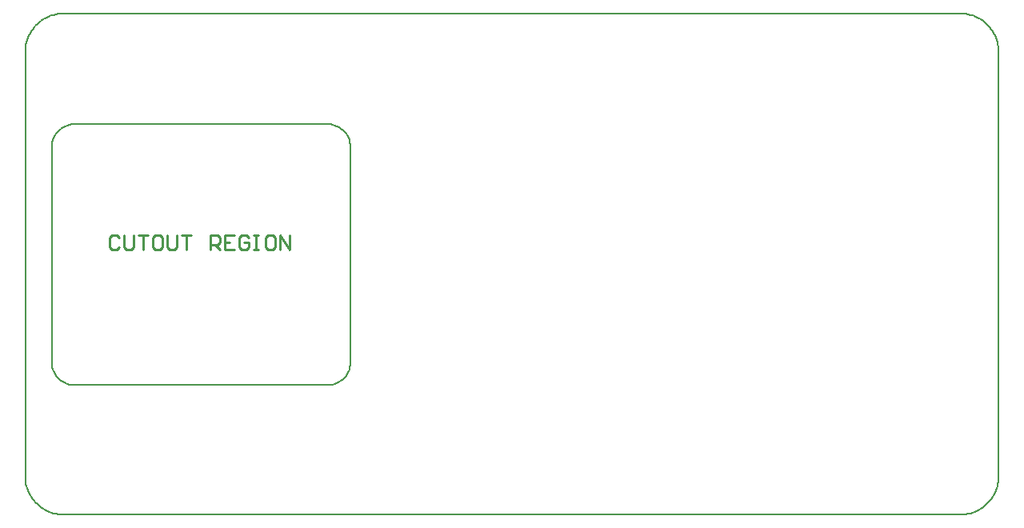
<source format=gbo>
G04*
G04 #@! TF.GenerationSoftware,Altium Limited,Altium Designer,20.0.13 (296)*
G04*
G04 Layer_Color=32896*
%FSLAX44Y44*%
%MOMM*%
G71*
G01*
G75*
%ADD10C,0.2000*%
%ADD11C,0.2540*%
D10*
X920000Y887000D02*
X922509Y887132D01*
X924990Y887524D01*
X927416Y888175D01*
X929762Y889075D01*
X932000Y890215D01*
X934107Y891584D01*
X936059Y893165D01*
X937835Y894941D01*
X939416Y896893D01*
X940785Y899000D01*
X941925Y901238D01*
X942825Y903584D01*
X943476Y906010D01*
X943868Y908491D01*
X944000Y911000D01*
X944000Y1139000D02*
X943869Y1141509D01*
X943476Y1143990D01*
X942825Y1146416D01*
X941925Y1148762D01*
X940785Y1151000D01*
X939417Y1153107D01*
X937835Y1155059D01*
X936059Y1156835D01*
X934107Y1158416D01*
X932000Y1159785D01*
X929762Y1160925D01*
X927417Y1161825D01*
X924990Y1162476D01*
X922509Y1162868D01*
X920000Y1163000D01*
X652000Y1163000D02*
X649491Y1162869D01*
X647010Y1162476D01*
X644584Y1161825D01*
X642238Y1160925D01*
X640000Y1159785D01*
X637893Y1158417D01*
X635941Y1156835D01*
X634165Y1155059D01*
X632584Y1153107D01*
X631215Y1151000D01*
X630075Y1148762D01*
X629175Y1146416D01*
X628525Y1143990D01*
X628131Y1141509D01*
X628000Y1139000D01*
X628000Y911000D02*
X628131Y908491D01*
X628524Y906010D01*
X629175Y903584D01*
X630075Y901238D01*
X631215Y899000D01*
X632584Y896893D01*
X634165Y894941D01*
X635941Y893165D01*
X637893Y891584D01*
X640000Y890215D01*
X642238Y889075D01*
X644584Y888175D01*
X647010Y887524D01*
X649491Y887132D01*
X652000Y887000D01*
X1630000Y1240000D02*
X1629921Y1242512D01*
X1629685Y1245013D01*
X1629292Y1247495D01*
X1628743Y1249948D01*
X1628042Y1252361D01*
X1627191Y1254725D01*
X1626193Y1257031D01*
X1625052Y1259270D01*
X1623773Y1261433D01*
X1622361Y1263511D01*
X1620820Y1265497D01*
X1619159Y1267382D01*
X1617382Y1269159D01*
X1615497Y1270820D01*
X1613511Y1272361D01*
X1611433Y1273773D01*
X1609270Y1275052D01*
X1607031Y1276193D01*
X1604725Y1277191D01*
X1602361Y1278042D01*
X1599948Y1278743D01*
X1597495Y1279292D01*
X1595013Y1279685D01*
X1592512Y1279921D01*
X1590000Y1280000D01*
X1590000Y750000D02*
X1592512Y750079D01*
X1595013Y750315D01*
X1597495Y750708D01*
X1599948Y751257D01*
X1602361Y751958D01*
X1604725Y752809D01*
X1607031Y753807D01*
X1609270Y754948D01*
X1611433Y756227D01*
X1613511Y757639D01*
X1615497Y759180D01*
X1617382Y760841D01*
X1619159Y762618D01*
X1620821Y764503D01*
X1622361Y766489D01*
X1623773Y768567D01*
X1625052Y770730D01*
X1626193Y772969D01*
X1627191Y775275D01*
X1628042Y777639D01*
X1628743Y780052D01*
X1629292Y782505D01*
X1629685Y784987D01*
X1629921Y787488D01*
X1630000Y790000D01*
X600000D02*
X600079Y787488D01*
X600315Y784987D01*
X600709Y782505D01*
X601257Y780052D01*
X601958Y777639D01*
X602809Y775275D01*
X603807Y772969D01*
X604948Y770730D01*
X606227Y768567D01*
X607639Y766489D01*
X609179Y764503D01*
X610841Y762618D01*
X612618Y760841D01*
X614503Y759179D01*
X616489Y757639D01*
X618567Y756227D01*
X620730Y754948D01*
X622969Y753807D01*
X625275Y752809D01*
X627639Y751958D01*
X630052Y751257D01*
X632505Y750708D01*
X634987Y750315D01*
X637489Y750079D01*
X640000Y750000D01*
Y1280000D02*
X637488Y1279921D01*
X634987Y1279685D01*
X632505Y1279292D01*
X630052Y1278743D01*
X627639Y1278042D01*
X625275Y1277191D01*
X622969Y1276193D01*
X620730Y1275052D01*
X618567Y1273773D01*
X616489Y1272361D01*
X614503Y1270820D01*
X612618Y1269159D01*
X610841Y1267382D01*
X609179Y1265497D01*
X607639Y1263511D01*
X606227Y1261433D01*
X604948Y1259270D01*
X603807Y1257031D01*
X602809Y1254725D01*
X601958Y1252361D01*
X601257Y1249948D01*
X600709Y1247495D01*
X600315Y1245013D01*
X600079Y1242512D01*
X600000Y1240000D01*
X944000Y911000D02*
Y1139000D01*
X652000Y1163000D02*
X920000D01*
X652000Y887000D02*
X920000D01*
X628000Y911000D02*
Y1139000D01*
X1630000Y790000D02*
Y1240000D01*
X640000Y750000D02*
X1590000D01*
X600000Y790000D02*
Y1240000D01*
X640000Y1280000D02*
X1590000D01*
D11*
X699697Y1043236D02*
X697158Y1045775D01*
X692079D01*
X689540Y1043236D01*
Y1033079D01*
X692079Y1030540D01*
X697158D01*
X699697Y1033079D01*
X704775Y1045775D02*
Y1033079D01*
X707314Y1030540D01*
X712393D01*
X714932Y1033079D01*
Y1045775D01*
X720010D02*
X730167D01*
X725089D01*
Y1030540D01*
X742863Y1045775D02*
X737784D01*
X735245Y1043236D01*
Y1033079D01*
X737784Y1030540D01*
X742863D01*
X745402Y1033079D01*
Y1043236D01*
X742863Y1045775D01*
X750480D02*
Y1033079D01*
X753019Y1030540D01*
X758098D01*
X760637Y1033079D01*
Y1045775D01*
X765715D02*
X775872D01*
X770794D01*
Y1030540D01*
X796186D02*
Y1045775D01*
X803803D01*
X806342Y1043236D01*
Y1038158D01*
X803803Y1035618D01*
X796186D01*
X801264D02*
X806342Y1030540D01*
X821577Y1045775D02*
X811421D01*
Y1030540D01*
X821577D01*
X811421Y1038158D02*
X816499D01*
X836812Y1043236D02*
X834273Y1045775D01*
X829195D01*
X826656Y1043236D01*
Y1033079D01*
X829195Y1030540D01*
X834273D01*
X836812Y1033079D01*
Y1038158D01*
X831734D01*
X841891Y1045775D02*
X846969D01*
X844430D01*
Y1030540D01*
X841891D01*
X846969D01*
X862204Y1045775D02*
X857126D01*
X854587Y1043236D01*
Y1033079D01*
X857126Y1030540D01*
X862204D01*
X864743Y1033079D01*
Y1043236D01*
X862204Y1045775D01*
X869822Y1030540D02*
Y1045775D01*
X879978Y1030540D01*
Y1045775D01*
M02*

</source>
